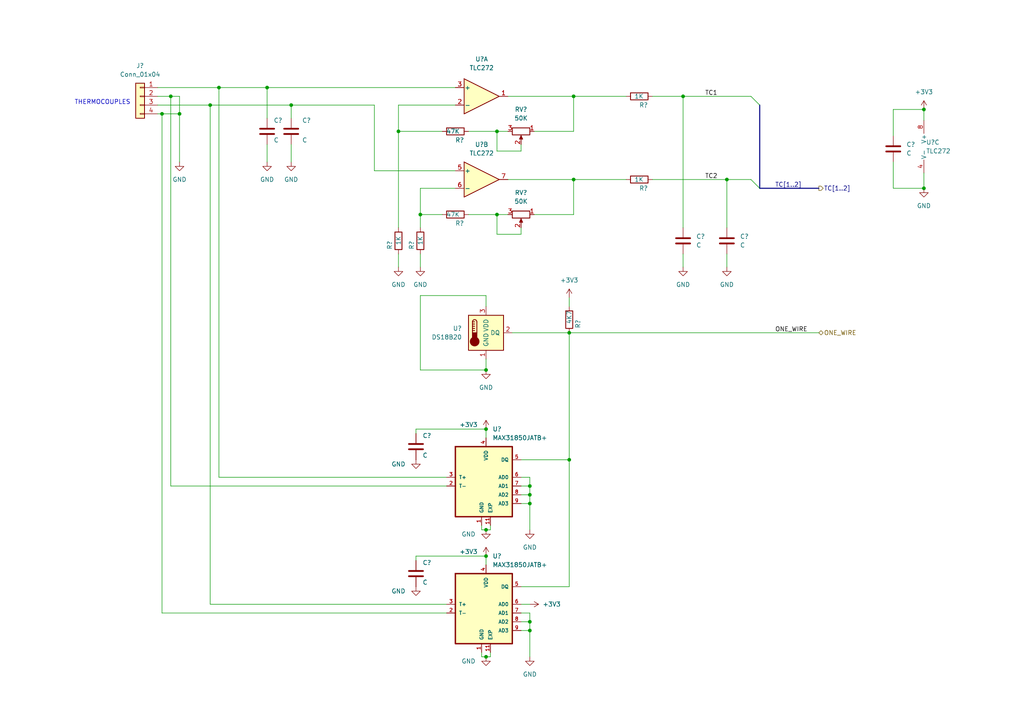
<source format=kicad_sch>
(kicad_sch (version 20211123) (generator eeschema)
  (paper "A4")
  (lib_symbols
    (symbol "Amplifier_Operational:TLC272" (pin_names (offset 0.127))
      (property "Reference" "U" (at 0 5.08 0))
      (property "Value" "TLC272" (at 0 -5.08 0))
      (symbol "TLC272_1_1"
        (polyline (pts (xy -5.08 5.08) (xy 5.08 0) (xy -5.08 -5.08) (xy -5.08 5.08)) (stroke (width 0.254)) (fill (type background)))
        (pin output line (at 7.62 0 180) (length 2.54) (name "~") (number "1"))
        (pin input line (at -7.62 -2.54 0) (length 2.54) (name "-") (number "2"))
        (pin input line (at -7.62 2.54 0) (length 2.54) (name "+") (number "3"))
      )
      (symbol "TLC272_2_1"
        (polyline (pts (xy -5.08 5.08) (xy 5.08 0) (xy -5.08 -5.08) (xy -5.08 5.08)) (stroke (width 0.254)) (fill (type background)))
        (pin input line (at -7.62 2.54 0) (length 2.54) (name "+") (number "5"))
        (pin input line (at -7.62 -2.54 0) (length 2.54) (name "-") (number "6"))
        (pin output line (at 7.62 0 180) (length 2.54) (name "~") (number "7"))
      )
      (symbol "TLC272_3_1"
        (pin power_in line (at -2.54 -7.62 90) (length 3.81) (name "V-") (number "4"))
        (pin power_in line (at -2.54 7.62 270) (length 3.81) (name "V+") (number "8"))
      )
    )
    (symbol "Connector_Generic:Conn_01x04" (pin_names (offset 1.016) hide)
      (property "Reference" "J" (at 0 5.08 0))
      (property "Value" "Conn_01x04" (at 0 -7.62 0))
      (symbol "Conn_01x04_1_1"
        (rectangle (start -1.27 -4.953) (end 0 -5.207) (stroke (width 0.1524)))
        (rectangle (start -1.27 -2.413) (end 0 -2.667) (stroke (width 0.1524)))
        (rectangle (start -1.27 0.127) (end 0 -0.127) (stroke (width 0.1524)))
        (rectangle (start -1.27 2.667) (end 0 2.413) (stroke (width 0.1524)))
        (rectangle (start -1.27 3.81) (end 1.27 -6.35) (stroke (width 0.254)) (fill (type background)))
        (pin passive line (at -5.08 2.54 0) (length 3.81) (name "Pin_1") (number "1"))
        (pin passive line (at -5.08 0 0) (length 3.81) (name "Pin_2") (number "2"))
        (pin passive line (at -5.08 -2.54 0) (length 3.81) (name "Pin_3") (number "3"))
        (pin passive line (at -5.08 -5.08 0) (length 3.81) (name "Pin_4") (number "4"))
      )
    )
    (symbol "Device:C" (pin_numbers hide) (pin_names (offset 0.254))
      (property "Reference" "C" (at 0.635 2.54 0))
      (property "Value" "C" (at 0.635 -2.54 0))
      (symbol "C_0_1"
        (polyline (pts (xy -2.032 -0.762) (xy 2.032 -0.762)) (stroke (width 0.508)))
        (polyline (pts (xy -2.032 0.762) (xy 2.032 0.762)) (stroke (width 0.508)))
      )
      (symbol "C_1_1"
        (pin passive line (at 0 3.81 270) (length 2.794) (name "~") (number "1"))
        (pin passive line (at 0 -3.81 90) (length 2.794) (name "~") (number "2"))
      )
    )
    (symbol "Device:R" (pin_numbers hide) (pin_names (offset 0))
      (property "Reference" "R" (at 2.032 0 90))
      (property "Value" "R" (at 0 0 90))
      (symbol "R_0_1"
        (rectangle (start -1.016 -2.54) (end 1.016 2.54) (stroke (width 0.254)))
      )
      (symbol "R_1_1"
        (pin passive line (at 0 3.81 270) (length 1.27) (name "~") (number "1"))
        (pin passive line (at 0 -3.81 90) (length 1.27) (name "~") (number "2"))
      )
    )
    (symbol "Device:R_Potentiometer" (pin_names (offset 1.016) hide)
      (property "Reference" "RV" (at -4.445 0 90))
      (property "Value" "R_Potentiometer" (at -2.54 0 90))
      (symbol "R_Potentiometer_0_1"
        (polyline (pts (xy 2.54 0) (xy 1.524 0)))
        (polyline (pts (xy 1.143 0) (xy 2.286 0.508) (xy 2.286 -0.508) (xy 1.143 0)) (fill (type outline)))
        (rectangle (start 1.016 2.54) (end -1.016 -2.54) (stroke (width 0.254)))
      )
      (symbol "R_Potentiometer_1_1"
        (pin passive line (at 0 3.81 270) (length 1.27) (name "1") (number "1"))
        (pin passive line (at 3.81 0 180) (length 1.27) (name "2") (number "2"))
        (pin passive line (at 0 -3.81 90) (length 1.27) (name "3") (number "3"))
      )
    )
    (symbol "MAX31850JATB_:MAX31850JATB+" (pin_names (offset 1.016))
      (property "Reference" "U" (at -1.27 -5.08 0))
      (property "Value" "MAX31850JATB+" (at -1.27 -7.62 0))
      (symbol "MAX31850JATB+_0_0"
        (rectangle (start -12.7 17.78) (end 3.81 -2.54) (stroke (width 0.4064)) (fill (type background)))
        (pin power_in line (at -5.08 -5.08 90) (length 2.54) (name "GND") (number "1"))
        (pin power_in line (at -2.54 -5.08 90) (length 2.54) (name "EXP") (number "11"))
        (pin input line (at -15.24 6.35 0) (length 2.54) (name "T-") (number "2"))
        (pin input line (at -15.24 8.89 0) (length 2.54) (name "T+") (number "3"))
        (pin power_in line (at -3.81 20.32 270) (length 2.54) (name "VDD") (number "4"))
        (pin bidirectional line (at 6.35 13.97 180) (length 2.54) (name "DQ") (number "5"))
        (pin input line (at 6.35 8.89 180) (length 2.54) (name "AD0") (number "6"))
        (pin input line (at 6.35 6.35 180) (length 2.54) (name "AD1") (number "7"))
        (pin input line (at 6.35 3.81 180) (length 2.54) (name "AD2") (number "8"))
        (pin input line (at 6.35 1.27 180) (length 2.54) (name "AD3") (number "9"))
      )
    )
    (symbol "Sensor_Temperature:DS18B20" (pin_names (offset 1.016))
      (property "Reference" "U" (at -3.81 6.35 0))
      (property "Value" "DS18B20" (at 6.35 6.35 0))
      (symbol "DS18B20_0_1"
        (rectangle (start -5.08 5.08) (end 5.08 -5.08) (stroke (width 0.254)) (fill (type background)))
        (circle (center -3.302 -2.54) (radius 1.27) (stroke (width 0.254)) (fill (type outline)))
        (rectangle (start -2.667 -1.905) (end -3.937 0) (stroke (width 0.254)) (fill (type outline)))
        (arc (start -2.667 3.175) (mid -3.302 3.81) (end -3.937 3.175) (stroke (width 0.254)))
        (polyline (pts (xy -3.937 0.635) (xy -3.302 0.635)) (stroke (width 0.254)))
        (polyline (pts (xy -3.937 1.27) (xy -3.302 1.27)) (stroke (width 0.254)))
        (polyline (pts (xy -3.937 1.905) (xy -3.302 1.905)) (stroke (width 0.254)))
        (polyline (pts (xy -3.937 2.54) (xy -3.302 2.54)) (stroke (width 0.254)))
        (polyline (pts (xy -3.937 3.175) (xy -3.937 0)) (stroke (width 0.254)))
        (polyline (pts (xy -3.937 3.175) (xy -3.302 3.175)) (stroke (width 0.254)))
        (polyline (pts (xy -2.667 3.175) (xy -2.667 0)) (stroke (width 0.254)))
      )
      (symbol "DS18B20_1_1"
        (pin power_in line (at 0 -7.62 90) (length 2.54) (name "GND") (number "1"))
        (pin bidirectional line (at 7.62 0 180) (length 2.54) (name "DQ") (number "2"))
        (pin power_in line (at 0 7.62 270) (length 2.54) (name "VDD") (number "3"))
      )
    )
    (symbol "power:+3.3V" (power) (pin_names (offset 0))
      (property "Value" "+3.3V" (at 0 3.556 0))
      (symbol "+3.3V_0_1"
        (polyline (pts (xy -0.762 1.27) (xy 0 2.54)))
        (polyline (pts (xy 0 0) (xy 0 2.54)))
        (polyline (pts (xy 0 2.54) (xy 0.762 1.27)))
      )
      (symbol "+3.3V_1_1"
        (pin power_in line (at 0 0 90) (length 0) hide (name "+3V3") (number "1"))
      )
    )
    (symbol "power:GND" (power) (pin_names (offset 0))
      (property "Value" "GND" (at 0 -3.81 0))
      (symbol "GND_0_1"
        (polyline (pts (xy 0 0) (xy 0 -1.27) (xy 1.27 -1.27) (xy 0 -2.54) (xy -1.27 -1.27) (xy 0 -1.27)))
      )
      (symbol "GND_1_1"
        (pin power_in line (at 0 0 270) (length 0) hide (name "GND") (number "1"))
      )
    )
  )
  (junction (at 165.1 96.52))
  (junction (at 60.96 30.48))
  (junction (at 210.82 52.07))
  (junction (at 153.67 140.97))
  (junction (at 52.07 33.02))
  (junction (at 153.67 182.88))
  (junction (at 63.5 25.4))
  (junction (at 144.145 38.1))
  (junction (at 140.97 161.29))
  (junction (at 46.99 33.02))
  (junction (at 267.97 54.61))
  (junction (at 166.37 52.07))
  (junction (at 166.37 27.94))
  (junction (at 144.145 62.23))
  (junction (at 153.67 180.34))
  (junction (at 140.97 190.5))
  (junction (at 77.47 25.4))
  (junction (at 165.1 133.35))
  (junction (at 140.97 107.315))
  (junction (at 121.92 62.23))
  (junction (at 198.12 27.94))
  (junction (at 49.53 27.94))
  (junction (at 267.97 31.75))
  (junction (at 153.67 146.05))
  (junction (at 140.97 124.46))
  (junction (at 84.455 30.48))
  (junction (at 153.67 143.51))
  (junction (at 140.97 153.67))
  (junction (at 115.57 38.1))
  (bus_entry (at 217.805 52.07) (size 2.54 2.54))
  (bus_entry (at 217.805 27.94) (size 2.54 2.54))
  (wire (pts (xy 52.07 27.94) (xy 52.07 33.02)))
  (wire (pts (xy 84.455 41.91) (xy 84.455 46.99)))
  (wire (pts (xy 259.08 31.75) (xy 259.08 39.37)))
  (wire (pts (xy 121.92 62.23) (xy 128.27 62.23)))
  (wire (pts (xy 144.145 62.23) (xy 147.32 62.23)))
  (wire (pts (xy 84.455 30.48) (xy 108.585 30.48)))
  (wire (pts (xy 63.5 25.4) (xy 63.5 138.43)))
  (wire (pts (xy 189.23 52.07) (xy 210.82 52.07)))
  (wire (pts (xy 121.92 62.23) (xy 121.92 66.04)))
  (wire (pts (xy 267.97 31.75) (xy 259.08 31.75)))
  (wire (pts (xy 60.96 30.48) (xy 84.455 30.48)))
  (wire (pts (xy 139.7 190.5) (xy 140.97 190.5)))
  (wire (pts (xy 140.97 85.725) (xy 121.92 85.725)))
  (wire (pts (xy 166.37 38.1) (xy 166.37 27.94)))
  (wire (pts (xy 142.24 153.67) (xy 140.97 153.67)))
  (wire (pts (xy 139.7 189.23) (xy 139.7 190.5)))
  (wire (pts (xy 165.1 133.35) (xy 165.1 96.52)))
  (wire (pts (xy 60.96 30.48) (xy 60.96 175.26)))
  (wire (pts (xy 63.5 138.43) (xy 129.54 138.43)))
  (wire (pts (xy 49.53 27.94) (xy 52.07 27.94)))
  (wire (pts (xy 267.97 50.165) (xy 267.97 54.61)))
  (wire (pts (xy 151.13 182.88) (xy 153.67 182.88)))
  (wire (pts (xy 142.24 190.5) (xy 140.97 190.5)))
  (wire (pts (xy 165.1 170.18) (xy 165.1 133.35)))
  (wire (pts (xy 210.82 66.04) (xy 210.82 52.07)))
  (wire (pts (xy 198.12 27.94) (xy 198.12 66.04)))
  (wire (pts (xy 139.7 153.67) (xy 140.97 153.67)))
  (wire (pts (xy 144.145 67.945) (xy 144.145 62.23)))
  (wire (pts (xy 144.145 43.815) (xy 144.145 38.1)))
  (wire (pts (xy 151.13 140.97) (xy 153.67 140.97)))
  (wire (pts (xy 189.23 27.94) (xy 198.12 27.94)))
  (wire (pts (xy 135.89 62.23) (xy 144.145 62.23)))
  (wire (pts (xy 147.32 52.07) (xy 166.37 52.07)))
  (wire (pts (xy 77.47 25.4) (xy 77.47 34.29)))
  (wire (pts (xy 121.92 107.315) (xy 140.97 107.315)))
  (wire (pts (xy 140.97 107.315) (xy 140.97 104.14)))
  (wire (pts (xy 132.08 54.61) (xy 121.92 54.61)))
  (wire (pts (xy 151.13 67.945) (xy 144.145 67.945)))
  (bus (pts (xy 220.345 54.61) (xy 237.49 54.61)))
  (wire (pts (xy 151.13 170.18) (xy 165.1 170.18)))
  (wire (pts (xy 151.13 138.43) (xy 153.67 138.43)))
  (wire (pts (xy 154.94 62.23) (xy 166.37 62.23)))
  (wire (pts (xy 153.67 138.43) (xy 153.67 140.97)))
  (wire (pts (xy 210.82 52.07) (xy 217.805 52.07)))
  (wire (pts (xy 63.5 25.4) (xy 77.47 25.4)))
  (wire (pts (xy 49.53 140.97) (xy 49.53 27.94)))
  (wire (pts (xy 60.96 175.26) (xy 129.54 175.26)))
  (wire (pts (xy 154.94 38.1) (xy 166.37 38.1)))
  (wire (pts (xy 139.7 152.4) (xy 139.7 153.67)))
  (wire (pts (xy 84.455 30.48) (xy 84.455 34.29)))
  (wire (pts (xy 120.65 162.56) (xy 120.65 161.29)))
  (wire (pts (xy 45.72 25.4) (xy 63.5 25.4)))
  (wire (pts (xy 151.13 146.05) (xy 153.67 146.05)))
  (wire (pts (xy 144.145 38.1) (xy 147.32 38.1)))
  (wire (pts (xy 135.89 38.1) (xy 144.145 38.1)))
  (wire (pts (xy 121.92 73.66) (xy 121.92 77.47)))
  (wire (pts (xy 267.97 34.925) (xy 267.97 31.75)))
  (wire (pts (xy 151.13 66.04) (xy 151.13 67.945)))
  (wire (pts (xy 259.08 46.99) (xy 259.08 54.61)))
  (wire (pts (xy 77.47 41.91) (xy 77.47 46.99)))
  (wire (pts (xy 115.57 38.1) (xy 115.57 30.48)))
  (bus (pts (xy 220.345 30.48) (xy 220.345 54.61)))
  (wire (pts (xy 198.12 73.66) (xy 198.12 77.47)))
  (wire (pts (xy 151.13 133.35) (xy 165.1 133.35)))
  (wire (pts (xy 115.57 73.66) (xy 115.57 77.47)))
  (wire (pts (xy 147.32 27.94) (xy 166.37 27.94)))
  (wire (pts (xy 153.67 143.51) (xy 153.67 146.05)))
  (wire (pts (xy 77.47 25.4) (xy 132.08 25.4)))
  (wire (pts (xy 237.49 96.52) (xy 165.1 96.52)))
  (wire (pts (xy 151.13 175.26) (xy 153.67 175.26)))
  (wire (pts (xy 153.67 182.88) (xy 153.67 190.5)))
  (wire (pts (xy 121.92 85.725) (xy 121.92 107.315)))
  (wire (pts (xy 46.99 177.8) (xy 46.99 33.02)))
  (wire (pts (xy 121.92 54.61) (xy 121.92 62.23)))
  (wire (pts (xy 153.67 180.34) (xy 153.67 182.88)))
  (wire (pts (xy 120.65 124.46) (xy 140.97 124.46)))
  (wire (pts (xy 46.99 33.02) (xy 52.07 33.02)))
  (wire (pts (xy 140.97 85.725) (xy 140.97 88.9)))
  (wire (pts (xy 259.08 54.61) (xy 267.97 54.61)))
  (wire (pts (xy 151.13 43.815) (xy 144.145 43.815)))
  (wire (pts (xy 45.72 30.48) (xy 60.96 30.48)))
  (wire (pts (xy 198.12 27.94) (xy 217.805 27.94)))
  (wire (pts (xy 120.65 125.73) (xy 120.65 124.46)))
  (wire (pts (xy 115.57 66.04) (xy 115.57 38.1)))
  (wire (pts (xy 115.57 30.48) (xy 132.08 30.48)))
  (wire (pts (xy 166.37 62.23) (xy 166.37 52.07)))
  (wire (pts (xy 153.67 146.05) (xy 153.67 153.67)))
  (wire (pts (xy 151.13 143.51) (xy 153.67 143.51)))
  (wire (pts (xy 140.97 161.29) (xy 140.97 163.83)))
  (wire (pts (xy 129.54 177.8) (xy 46.99 177.8)))
  (wire (pts (xy 132.08 49.53) (xy 108.585 49.53)))
  (wire (pts (xy 140.97 124.46) (xy 140.97 127)))
  (wire (pts (xy 52.07 33.02) (xy 52.07 46.99)))
  (wire (pts (xy 165.1 96.52) (xy 148.59 96.52)))
  (wire (pts (xy 210.82 73.66) (xy 210.82 77.47)))
  (wire (pts (xy 153.67 177.8) (xy 153.67 180.34)))
  (wire (pts (xy 45.72 33.02) (xy 46.99 33.02)))
  (wire (pts (xy 142.24 189.23) (xy 142.24 190.5)))
  (wire (pts (xy 115.57 38.1) (xy 128.27 38.1)))
  (wire (pts (xy 108.585 49.53) (xy 108.585 30.48)))
  (wire (pts (xy 151.13 41.91) (xy 151.13 43.815)))
  (wire (pts (xy 166.37 27.94) (xy 181.61 27.94)))
  (wire (pts (xy 165.1 86.36) (xy 165.1 88.9)))
  (wire (pts (xy 129.54 140.97) (xy 49.53 140.97)))
  (wire (pts (xy 142.24 152.4) (xy 142.24 153.67)))
  (wire (pts (xy 151.13 177.8) (xy 153.67 177.8)))
  (wire (pts (xy 153.67 140.97) (xy 153.67 143.51)))
  (wire (pts (xy 151.13 180.34) (xy 153.67 180.34)))
  (wire (pts (xy 45.72 27.94) (xy 49.53 27.94)))
  (wire (pts (xy 120.65 161.29) (xy 140.97 161.29)))
  (wire (pts (xy 166.37 52.07) (xy 181.61 52.07)))
  (text "THERMOCOUPLES" (at 21.59 30.48 0) (effects (font (size 1.27 1.27)) (justify left bottom)))
  (label "ONE_WIRE" (at 224.79 96.52 0))
  (label "TC[1..2]" (at 224.79 54.61 0))
  (label "TC1" (at 204.47 27.94 0))
  (label "TC2" (at 204.47 52.07 0))
  (hierarchical_label "ONE_WIRE" (shape bidirectional) (at 237.49 96.52 0))
  (hierarchical_label "TC[1..2]" (shape output) (at 237.49 54.61 0))
  (symbol (lib_id "power:GND") (at 52.07 46.99 0) (unit 1)
    (property "Reference" "#PWR?" (effects hide))
    (property "Value" "GND" (at 52.07 52.07 0))
  )
  (symbol (lib_id "power:GND") (at 115.57 77.47 0) (unit 1)
    (property "Reference" "#PWR?" (effects hide))
    (property "Value" "GND" (at 115.57 82.55 0))
  )
  (symbol (lib_id "Device:C") (at 84.455 38.1 0) (unit 1)
    (property "Reference" "C?" (at 87.63 34.925 0) (effects (justify left)))
    (property "Value" "C" (at 87.63 40.64 0) (effects (justify left)))
  )
  (symbol (lib_id "power:+3.3V") (at 140.97 124.46 0) (mirror y) (unit 1)
    (property "Reference" "#PWR?" (effects hide))
    (property "Value" "+3.3V" (at 135.89 123.19 0))
  )
  (symbol (lib_id "power:GND") (at 210.82 77.47 0) (unit 1)
    (property "Reference" "#PWR?" (effects hide))
    (property "Value" "GND" (at 210.82 82.55 0))
  )
  (symbol (lib_id "Amplifier_Operational:TLC272") (at 139.7 52.07 0) (unit 2)
    (property "Reference" "U?" (at 139.7 41.91 0))
    (property "Value" "TLC272" (at 139.7 44.45 0))
    (property "Datasheet" "http://www.ti.com/lit/ds/symlink/tlc272.pdf" (effects hide))
  )
  (symbol (lib_id "power:GND") (at 120.65 170.18 0) (mirror y) (unit 1)
    (property "Reference" "#PWR?" (effects hide))
    (property "Value" "GND" (at 115.57 171.45 0))
  )
  (symbol (lib_id "Device:R") (at 132.08 62.23 90) (unit 1)
    (property "Reference" "R?" (at 134.62 64.77 90) (effects (justify left)))
    (property "Value" "47K" (at 133.35 62.23 90) (effects (justify left)))
  )
  (symbol (lib_id "Device:C") (at 77.47 38.1 0) (unit 1)
    (property "Reference" "C?" (at 79.375 34.925 0) (effects (justify left)))
    (property "Value" "C" (at 79.375 40.64 0) (effects (justify left)))
  )
  (symbol (lib_id "Device:R") (at 115.57 69.85 0) (unit 1)
    (property "Reference" "R?" (at 113.03 72.39 90) (effects (justify left)))
    (property "Value" "1K" (at 115.57 71.12 90) (effects (justify left)))
  )
  (symbol (lib_id "power:+3.3V") (at 267.97 31.75 0) (unit 1)
    (property "Reference" "#PWR?" (effects hide))
    (property "Value" "+3.3V" (at 267.97 26.67 0))
  )
  (symbol (lib_id "Device:R") (at 165.1 92.71 0) (mirror y) (unit 1)
    (property "Reference" "R?" (at 167.64 95.25 90) (effects (justify left)))
    (property "Value" "4K7" (at 165.1 93.98 90) (effects (justify left)))
  )
  (symbol (lib_id "Device:C") (at 259.08 43.18 0) (unit 1)
    (property "Reference" "C?" (at 262.89 41.9099 0) (effects (justify left)))
    (property "Value" "C" (at 262.89 44.4499 0) (effects (justify left)))
  )
  (symbol (lib_id "power:GND") (at 120.65 133.35 0) (mirror y) (unit 1)
    (property "Reference" "#PWR?" (effects hide))
    (property "Value" "GND" (at 115.57 134.62 0))
  )
  (symbol (lib_id "MAX31850JATB_:MAX31850JATB+") (at 144.78 147.32 0) (unit 1)
    (property "Reference" "U?" (at 142.8497 124.46 0) (effects (justify left)))
    (property "Value" "MAX31850JATB+" (at 142.8497 127 0) (effects (justify left)))
    (property "Footprint" "SON50P300X400X80-11N" (effects hide))
    (property "AVAILABILITY" "Unavailable" (effects hide))
    (property "MP" "MAX31850JATB+" (effects hide))
    (property "PRICE" "None" (effects hide))
    (property "PACKAGE" "TDFN-10 Maxim" (effects hide))
    (property "DESCRIPTION" "Temp Sensor Digital Serial _1-Wire_ 10-Pin TDFN EP Tube" (effects hide))
    (property "MF" "Maxim Integrated" (effects hide))
  )
  (symbol (lib_id "Device:R") (at 121.92 69.85 0) (unit 1)
    (property "Reference" "R?" (at 119.38 72.39 90) (effects (justify left)))
    (property "Value" "1K" (at 121.92 71.12 90) (effects (justify left)))
  )
  (symbol (lib_id "power:+3.3V") (at 153.67 175.26 270) (mirror x) (unit 1)
    (property "Reference" "#PWR?" (effects hide))
    (property "Value" "+3.3V" (at 160.02 175.26 90))
  )
  (symbol (lib_id "Amplifier_Operational:TLC272") (at 270.51 42.545 0) (unit 3)
    (property "Reference" "U?" (at 268.605 41.2749 0) (effects (justify left)))
    (property "Value" "TLC272" (at 268.605 43.8149 0) (effects (justify left)))
    (property "Datasheet" "http://www.ti.com/lit/ds/symlink/tlc272.pdf" (effects hide))
  )
  (symbol (lib_id "power:GND") (at 140.97 153.67 0) (mirror y) (unit 1)
    (property "Reference" "#PWR?" (effects hide))
    (property "Value" "GND" (at 135.89 154.94 0))
  )
  (symbol (lib_id "power:GND") (at 267.97 54.61 0) (unit 1)
    (property "Reference" "#PWR?" (effects hide))
    (property "Value" "GND" (at 267.97 59.69 0))
  )
  (symbol (lib_id "Device:C") (at 210.82 69.85 0) (unit 1)
    (property "Reference" "C?" (at 214.63 68.5799 0) (effects (justify left)))
    (property "Value" "C" (at 214.63 71.1199 0) (effects (justify left)))
  )
  (symbol (lib_id "Device:R") (at 185.42 52.07 90) (unit 1)
    (property "Reference" "R?" (at 187.96 54.61 90) (effects (justify left)))
    (property "Value" "1K" (at 186.69 52.07 90) (effects (justify left)))
  )
  (symbol (lib_id "Sensor_Temperature:DS18B20") (at 140.97 96.52 0) (unit 1)
    (property "Reference" "U?" (at 133.985 95.2499 0) (effects (justify right)))
    (property "Value" "DS18B20" (at 133.985 97.7899 0) (effects (justify right)))
    (property "Footprint" "Package_TO_SOT_THT:TO-92_Inline" (effects hide))
    (property "Datasheet" "http://datasheets.maximintegrated.com/en/ds/DS18B20.pdf" (effects hide))
  )
  (symbol (lib_id "power:+3.3V") (at 140.97 161.29 0) (mirror y) (unit 1)
    (property "Reference" "#PWR?" (effects hide))
    (property "Value" "+3.3V" (at 135.89 160.02 0))
  )
  (symbol (lib_id "MAX31850JATB_:MAX31850JATB+") (at 144.78 184.15 0) (unit 1)
    (property "Reference" "U?" (at 142.8497 161.29 0) (effects (justify left)))
    (property "Value" "MAX31850JATB+" (at 142.8497 163.83 0) (effects (justify left)))
    (property "Footprint" "SON50P300X400X80-11N" (effects hide))
    (property "AVAILABILITY" "Unavailable" (effects hide))
    (property "MP" "MAX31850JATB+" (effects hide))
    (property "PRICE" "None" (effects hide))
    (property "PACKAGE" "TDFN-10 Maxim" (effects hide))
    (property "DESCRIPTION" "Temp Sensor Digital Serial _1-Wire_ 10-Pin TDFN EP Tube" (effects hide))
    (property "MF" "Maxim Integrated" (effects hide))
  )
  (symbol (lib_id "power:GND") (at 153.67 190.5 0) (mirror y) (unit 1)
    (property "Reference" "#PWR?" (effects hide))
    (property "Value" "GND" (at 153.67 195.58 0))
  )
  (symbol (lib_id "Device:R") (at 132.08 38.1 90) (unit 1)
    (property "Reference" "R?" (at 134.62 40.64 90) (effects (justify left)))
    (property "Value" "47K" (at 133.35 38.1 90) (effects (justify left)))
  )
  (symbol (lib_id "power:GND") (at 77.47 46.99 0) (unit 1)
    (property "Reference" "#PWR?" (effects hide))
    (property "Value" "GND" (at 77.47 52.07 0))
  )
  (symbol (lib_id "Amplifier_Operational:TLC272") (at 139.7 27.94 0) (unit 1)
    (property "Reference" "U?" (at 139.7 17.145 0))
    (property "Value" "TLC272" (at 139.7 19.685 0))
    (property "Datasheet" "http://www.ti.com/lit/ds/symlink/tlc272.pdf" (effects hide))
  )
  (symbol (lib_id "Device:C") (at 120.65 129.54 0) (unit 1)
    (property "Reference" "C?" (at 122.555 126.365 0) (effects (justify left)))
    (property "Value" "C" (at 122.555 132.08 0) (effects (justify left)))
  )
  (symbol (lib_id "power:+3.3V") (at 165.1 86.36 0) (mirror y) (unit 1)
    (property "Reference" "#PWR?" (effects hide))
    (property "Value" "+3.3V" (at 165.1 81.28 0))
  )
  (symbol (lib_id "power:GND") (at 121.92 77.47 0) (unit 1)
    (property "Reference" "#PWR?" (effects hide))
    (property "Value" "GND" (at 121.92 82.55 0))
  )
  (symbol (lib_id "power:GND") (at 153.67 153.67 0) (mirror y) (unit 1)
    (property "Reference" "#PWR?" (effects hide))
    (property "Value" "GND" (at 153.67 158.75 0))
  )
  (symbol (lib_id "Device:C") (at 120.65 166.37 0) (unit 1)
    (property "Reference" "C?" (at 122.555 163.195 0) (effects (justify left)))
    (property "Value" "C" (at 122.555 168.91 0) (effects (justify left)))
  )
  (symbol (lib_id "Device:C") (at 198.12 69.85 0) (unit 1)
    (property "Reference" "C?" (at 201.93 68.5799 0) (effects (justify left)))
    (property "Value" "C" (at 201.93 71.1199 0) (effects (justify left)))
  )
  (symbol (lib_id "power:GND") (at 140.97 107.315 0) (mirror y) (unit 1)
    (property "Reference" "#PWR?" (effects hide))
    (property "Value" "GND" (at 140.97 112.395 0))
  )
  (symbol (lib_id "power:GND") (at 84.455 46.99 0) (unit 1)
    (property "Reference" "#PWR?" (effects hide))
    (property "Value" "GND" (at 84.455 52.07 0))
  )
  (symbol (lib_id "Device:R_Potentiometer") (at 151.13 62.23 270) (unit 1)
    (property "Reference" "RV?" (at 151.13 55.88 90))
    (property "Value" "50K" (at 151.13 58.42 90))
  )
  (symbol (lib_id "Connector_Generic:Conn_01x04") (at 40.64 27.94 0) (mirror y) (unit 1)
    (property "Reference" "J?" (at 40.64 19.05 0))
    (property "Value" "Conn_01x04" (at 40.64 21.59 0))
  )
  (symbol (lib_id "Device:R") (at 185.42 27.94 90) (unit 1)
    (property "Reference" "R?" (at 187.96 30.48 90) (effects (justify left)))
    (property "Value" "1K" (at 186.69 27.94 90) (effects (justify left)))
  )
  (symbol (lib_id "Device:R_Potentiometer") (at 151.13 38.1 270) (unit 1)
    (property "Reference" "RV?" (at 151.13 31.75 90))
    (property "Value" "50K" (at 151.13 34.29 90))
  )
  (symbol (lib_id "power:GND") (at 198.12 77.47 0) (unit 1)
    (property "Reference" "#PWR?" (effects hide))
    (property "Value" "GND" (at 198.12 82.55 0))
  )
  (symbol (lib_id "power:GND") (at 140.97 190.5 0) (mirror y) (unit 1)
    (property "Reference" "#PWR?" (effects hide))
    (property "Value" "GND" (at 135.89 191.77 0))
  )
)
</source>
